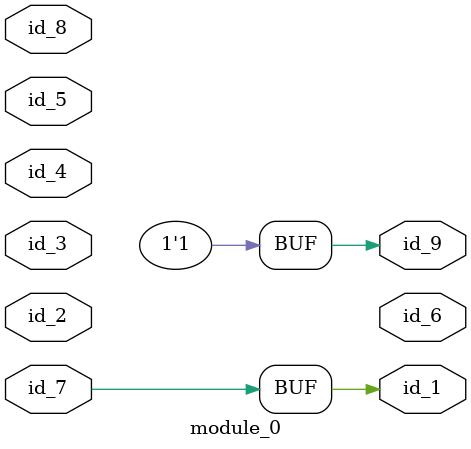
<source format=v>
module module_0 (
    id_1,
    id_2,
    id_3,
    id_4,
    id_5,
    id_6,
    id_7,
    id_8,
    id_9
);
  output id_9;
  inout id_8;
  input id_7;
  output id_6;
  inout id_5;
  input id_4;
  input id_3;
  input id_2;
  output id_1;
  assign id_1 = id_7;
  assign id_9 = (1);
  assign id_5 = id_5;
endmodule

</source>
